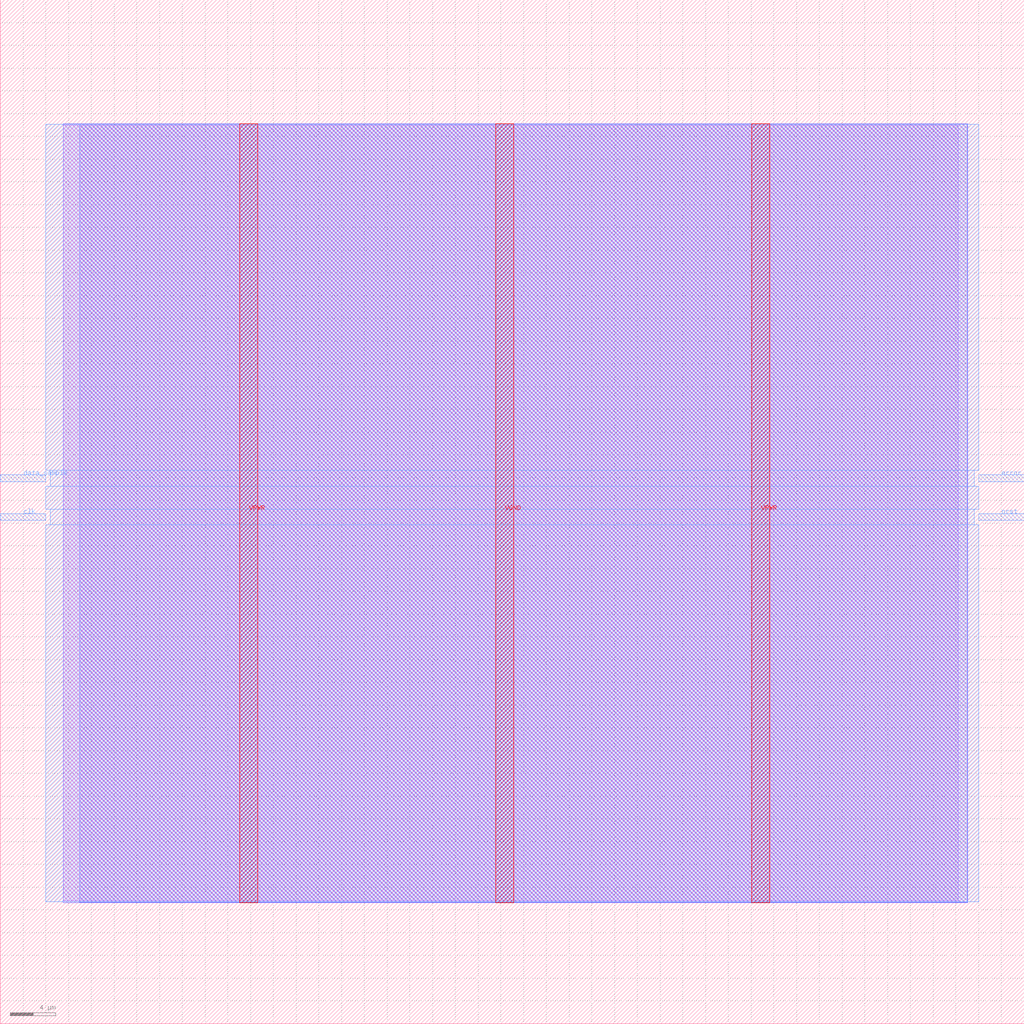
<source format=lef>
VERSION 5.7 ;
  NOWIREEXTENSIONATPIN ON ;
  DIVIDERCHAR "/" ;
  BUSBITCHARS "[]" ;
MACRO Top_multiplier
  CLASS BLOCK ;
  FOREIGN Top_multiplier ;
  ORIGIN 0.000 0.000 ;
  SIZE 90.000 BY 90.000 ;
  PIN VGND
    DIRECTION INOUT ;
    USE GROUND ;
    PORT
      LAYER met4 ;
        RECT 43.540 10.640 45.140 79.120 ;
    END
  END VGND
  PIN VPWR
    DIRECTION INOUT ;
    USE POWER ;
    PORT
      LAYER met4 ;
        RECT 21.040 10.640 22.640 79.120 ;
    END
    PORT
      LAYER met4 ;
        RECT 66.040 10.640 67.640 79.120 ;
    END
  END VPWR
  PIN clk
    DIRECTION INPUT ;
    USE SIGNAL ;
    ANTENNAGATEAREA 0.852000 ;
    PORT
      LAYER met3 ;
        RECT 0.000 44.240 4.000 44.840 ;
    END
  END clk
  PIN data_sample
    DIRECTION INPUT ;
    USE SIGNAL ;
    ANTENNAGATEAREA 0.196500 ;
    PORT
      LAYER met3 ;
        RECT 0.000 47.640 4.000 48.240 ;
    END
  END data_sample
  PIN error
    DIRECTION OUTPUT ;
    USE SIGNAL ;
    ANTENNADIFFAREA 0.795200 ;
    PORT
      LAYER met3 ;
        RECT 86.000 47.640 90.000 48.240 ;
    END
  END error
  PIN nrst
    DIRECTION INPUT ;
    USE SIGNAL ;
    ANTENNAGATEAREA 0.196500 ;
    PORT
      LAYER met3 ;
        RECT 86.000 44.240 90.000 44.840 ;
    END
  END nrst
  OBS
      LAYER li1 ;
        RECT 5.520 10.795 84.180 78.965 ;
      LAYER met1 ;
        RECT 5.520 10.640 85.030 79.120 ;
      LAYER met2 ;
        RECT 6.990 10.695 85.010 79.065 ;
      LAYER met3 ;
        RECT 4.000 48.640 86.000 79.045 ;
        RECT 4.400 47.240 85.600 48.640 ;
        RECT 4.000 45.240 86.000 47.240 ;
        RECT 4.400 43.840 85.600 45.240 ;
        RECT 4.000 10.715 86.000 43.840 ;
  END
END Top_multiplier
END LIBRARY


</source>
